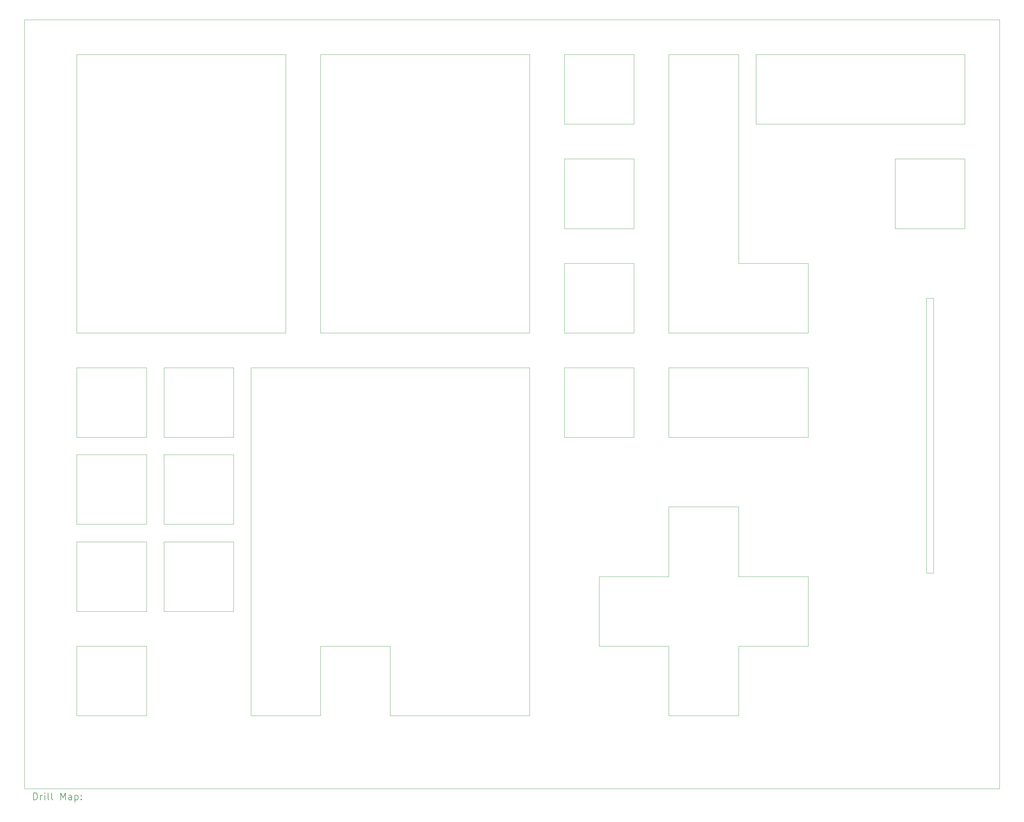
<source format=gbr>
%TF.GenerationSoftware,KiCad,Pcbnew,7.0.5*%
%TF.CreationDate,2023-09-10T17:58:06+02:00*%
%TF.ProjectId,CMD_Board_cover,434d445f-426f-4617-9264-5f636f766572,rev?*%
%TF.SameCoordinates,Original*%
%TF.FileFunction,Drillmap*%
%TF.FilePolarity,Positive*%
%FSLAX45Y45*%
G04 Gerber Fmt 4.5, Leading zero omitted, Abs format (unit mm)*
G04 Created by KiCad (PCBNEW 7.0.5) date 2023-09-10 17:58:06*
%MOMM*%
%LPD*%
G01*
G04 APERTURE LIST*
%ADD10C,0.100000*%
%ADD11C,0.200000*%
G04 APERTURE END LIST*
D10*
X23500000Y-3400000D02*
X25500000Y-3400000D01*
X25500000Y-5400000D01*
X23500000Y-5400000D01*
X23500000Y-3400000D01*
X9500000Y-12400000D02*
X11500000Y-12400000D01*
X11500000Y-14400000D01*
X9500000Y-14400000D01*
X9500000Y-12400000D01*
X24500000Y-18400000D02*
X24500000Y-20400000D01*
X28500000Y-9400000D02*
X28500000Y-3400000D01*
X16500000Y-22400000D02*
X14500000Y-22400000D01*
X16500000Y-20400000D02*
X16500000Y-22400000D01*
X30500000Y-20400000D02*
X30500000Y-18400000D01*
X28500000Y-18400000D02*
X28500000Y-16400000D01*
X28500000Y-20400000D02*
X30500000Y-20400000D01*
X33000000Y-6400000D02*
X35000000Y-6400000D01*
X35000000Y-8400000D01*
X33000000Y-8400000D01*
X33000000Y-6400000D01*
X28500000Y-22400000D02*
X28500000Y-20400000D01*
X26500000Y-22400000D02*
X28500000Y-22400000D01*
X18500000Y-22400000D02*
X18500000Y-20400000D01*
X18500000Y-20400000D02*
X16500000Y-20400000D01*
X24500000Y-20400000D02*
X26500000Y-20400000D01*
X23500000Y-6400000D02*
X25500000Y-6400000D01*
X25500000Y-8400000D01*
X23500000Y-8400000D01*
X23500000Y-6400000D01*
X9500000Y-14900000D02*
X11500000Y-14900000D01*
X11500000Y-16900000D01*
X9500000Y-16900000D01*
X9500000Y-14900000D01*
X9500000Y-17400000D02*
X11500000Y-17400000D01*
X11500000Y-19400000D01*
X9500000Y-19400000D01*
X9500000Y-17400000D01*
X23500000Y-12400000D02*
X25500000Y-12400000D01*
X25500000Y-14400000D01*
X23500000Y-14400000D01*
X23500000Y-12400000D01*
X23500000Y-9400000D02*
X25500000Y-9400000D01*
X25500000Y-11400000D01*
X23500000Y-11400000D01*
X23500000Y-9400000D01*
X30500000Y-11400000D02*
X30500000Y-9400000D01*
X14500000Y-12400000D02*
X22500000Y-12400000D01*
X14500000Y-22400000D02*
X14500000Y-12400000D01*
X12000000Y-14900000D02*
X14000000Y-14900000D01*
X14000000Y-16900000D01*
X12000000Y-16900000D01*
X12000000Y-14900000D01*
X8000000Y-2400000D02*
X36000000Y-2400000D01*
X36000000Y-24500000D01*
X8000000Y-24500000D01*
X8000000Y-2400000D01*
X28500000Y-3400000D02*
X26500000Y-3400000D01*
X30500000Y-9400000D02*
X28500000Y-9400000D01*
X22500000Y-22400000D02*
X18500000Y-22400000D01*
X26500000Y-20400000D02*
X26500000Y-22400000D01*
X26500000Y-11400000D02*
X30500000Y-11400000D01*
X12000000Y-12400000D02*
X14000000Y-12400000D01*
X14000000Y-14400000D01*
X12000000Y-14400000D01*
X12000000Y-12400000D01*
X30500000Y-18400000D02*
X28500000Y-18400000D01*
X9500000Y-20400000D02*
X11500000Y-20400000D01*
X11500000Y-22400000D01*
X9500000Y-22400000D01*
X9500000Y-20400000D01*
X26500000Y-12400000D02*
X30500000Y-12400000D01*
X30500000Y-14400000D01*
X26500000Y-14400000D01*
X26500000Y-12400000D01*
X22500000Y-12400000D02*
X22500000Y-22400000D01*
X16500000Y-3400000D02*
X22500000Y-3400000D01*
X22500000Y-11400000D01*
X16500000Y-11400000D01*
X16500000Y-3400000D01*
X26500000Y-3400000D02*
X26500000Y-11400000D01*
X26500000Y-18400000D02*
X24500000Y-18400000D01*
X29000000Y-3400000D02*
X35000000Y-3400000D01*
X35000000Y-5400000D01*
X29000000Y-5400000D01*
X29000000Y-3400000D01*
X12000000Y-17400000D02*
X14000000Y-17400000D01*
X14000000Y-19400000D01*
X12000000Y-19400000D01*
X12000000Y-17400000D01*
X9500000Y-3400000D02*
X15500000Y-3400000D01*
X15500000Y-11400000D01*
X9500000Y-11400000D01*
X9500000Y-3400000D01*
X26500000Y-16400000D02*
X26500000Y-18400000D01*
X28500000Y-16400000D02*
X26500000Y-16400000D01*
X33900000Y-10400000D02*
X34100000Y-10400000D01*
X34100000Y-18300000D01*
X33900000Y-18300000D01*
X33900000Y-10400000D01*
D11*
X8255777Y-24816484D02*
X8255777Y-24616484D01*
X8255777Y-24616484D02*
X8303396Y-24616484D01*
X8303396Y-24616484D02*
X8331967Y-24626008D01*
X8331967Y-24626008D02*
X8351015Y-24645055D01*
X8351015Y-24645055D02*
X8360539Y-24664103D01*
X8360539Y-24664103D02*
X8370062Y-24702198D01*
X8370062Y-24702198D02*
X8370062Y-24730769D01*
X8370062Y-24730769D02*
X8360539Y-24768865D01*
X8360539Y-24768865D02*
X8351015Y-24787912D01*
X8351015Y-24787912D02*
X8331967Y-24806960D01*
X8331967Y-24806960D02*
X8303396Y-24816484D01*
X8303396Y-24816484D02*
X8255777Y-24816484D01*
X8455777Y-24816484D02*
X8455777Y-24683150D01*
X8455777Y-24721246D02*
X8465301Y-24702198D01*
X8465301Y-24702198D02*
X8474824Y-24692674D01*
X8474824Y-24692674D02*
X8493872Y-24683150D01*
X8493872Y-24683150D02*
X8512920Y-24683150D01*
X8579586Y-24816484D02*
X8579586Y-24683150D01*
X8579586Y-24616484D02*
X8570063Y-24626008D01*
X8570063Y-24626008D02*
X8579586Y-24635531D01*
X8579586Y-24635531D02*
X8589110Y-24626008D01*
X8589110Y-24626008D02*
X8579586Y-24616484D01*
X8579586Y-24616484D02*
X8579586Y-24635531D01*
X8703396Y-24816484D02*
X8684348Y-24806960D01*
X8684348Y-24806960D02*
X8674824Y-24787912D01*
X8674824Y-24787912D02*
X8674824Y-24616484D01*
X8808158Y-24816484D02*
X8789110Y-24806960D01*
X8789110Y-24806960D02*
X8779586Y-24787912D01*
X8779586Y-24787912D02*
X8779586Y-24616484D01*
X9036729Y-24816484D02*
X9036729Y-24616484D01*
X9036729Y-24616484D02*
X9103396Y-24759341D01*
X9103396Y-24759341D02*
X9170063Y-24616484D01*
X9170063Y-24616484D02*
X9170063Y-24816484D01*
X9351015Y-24816484D02*
X9351015Y-24711722D01*
X9351015Y-24711722D02*
X9341491Y-24692674D01*
X9341491Y-24692674D02*
X9322444Y-24683150D01*
X9322444Y-24683150D02*
X9284348Y-24683150D01*
X9284348Y-24683150D02*
X9265301Y-24692674D01*
X9351015Y-24806960D02*
X9331967Y-24816484D01*
X9331967Y-24816484D02*
X9284348Y-24816484D01*
X9284348Y-24816484D02*
X9265301Y-24806960D01*
X9265301Y-24806960D02*
X9255777Y-24787912D01*
X9255777Y-24787912D02*
X9255777Y-24768865D01*
X9255777Y-24768865D02*
X9265301Y-24749817D01*
X9265301Y-24749817D02*
X9284348Y-24740293D01*
X9284348Y-24740293D02*
X9331967Y-24740293D01*
X9331967Y-24740293D02*
X9351015Y-24730769D01*
X9446253Y-24683150D02*
X9446253Y-24883150D01*
X9446253Y-24692674D02*
X9465301Y-24683150D01*
X9465301Y-24683150D02*
X9503396Y-24683150D01*
X9503396Y-24683150D02*
X9522444Y-24692674D01*
X9522444Y-24692674D02*
X9531967Y-24702198D01*
X9531967Y-24702198D02*
X9541491Y-24721246D01*
X9541491Y-24721246D02*
X9541491Y-24778388D01*
X9541491Y-24778388D02*
X9531967Y-24797436D01*
X9531967Y-24797436D02*
X9522444Y-24806960D01*
X9522444Y-24806960D02*
X9503396Y-24816484D01*
X9503396Y-24816484D02*
X9465301Y-24816484D01*
X9465301Y-24816484D02*
X9446253Y-24806960D01*
X9627205Y-24797436D02*
X9636729Y-24806960D01*
X9636729Y-24806960D02*
X9627205Y-24816484D01*
X9627205Y-24816484D02*
X9617682Y-24806960D01*
X9617682Y-24806960D02*
X9627205Y-24797436D01*
X9627205Y-24797436D02*
X9627205Y-24816484D01*
X9627205Y-24692674D02*
X9636729Y-24702198D01*
X9636729Y-24702198D02*
X9627205Y-24711722D01*
X9627205Y-24711722D02*
X9617682Y-24702198D01*
X9617682Y-24702198D02*
X9627205Y-24692674D01*
X9627205Y-24692674D02*
X9627205Y-24711722D01*
M02*

</source>
